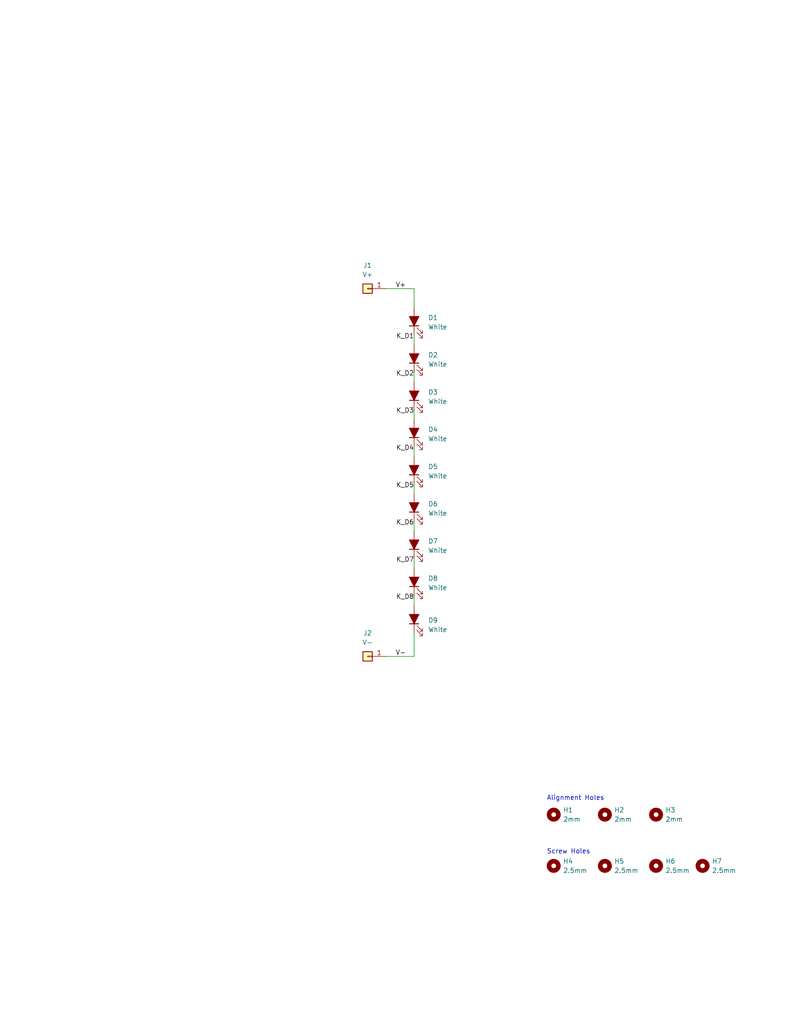
<source format=kicad_sch>
(kicad_sch (version 20250114) (generator "eeschema") (generator_version "9.0")
  (paper "A" portrait)
  (title_block (title "${PROJECTNAME}") (date "2025-08-09") (rev "${REV_SCH}") (comment 1 "Isaac Rex"))
  (lib_symbols
    (symbol "Connector_Generic:Conn_01x01" (pin_names (offset 1.016) (hide yes))
      (property "Reference" "J" (at 0 2.54 0))
      (property "Value" "Conn_01x01" (at 0 -2.54 0))
      (symbol "Conn_01x01_1_1"
        (rectangle (start -1.27 1.27) (end 1.27 -1.27) (stroke (width 0.254)) (fill (type background)))
        (rectangle (start -1.27 0.127) (end 0 -0.127) (stroke (width 0.1524)))
        (pin passive line (at -5.08 0 0) (length 3.81) (name "Pin_1") (number "1"))
      )
    )
    (symbol "Device:LED_Filled" (pin_numbers (hide yes)) (pin_names (offset 1.016) (hide yes))
      (property "Reference" "D" (at 0 2.54 0))
      (property "Value" "LED_Filled" (at 0 -2.54 0))
      (property "Sim.Pins" "1=K 2=A" (at 0 0 0))
      (symbol "LED_Filled_0_1"
        (polyline (pts (xy -3.048 -0.762) (xy -4.572 -2.286) (xy -3.81 -2.286) (xy -4.572 -2.286) (xy -4.572 -1.524)))
        (polyline (pts (xy -1.778 -0.762) (xy -3.302 -2.286) (xy -2.54 -2.286) (xy -3.302 -2.286) (xy -3.302 -1.524)))
        (polyline (pts (xy -1.27 0) (xy 1.27 0)))
        (polyline (pts (xy -1.27 -1.27) (xy -1.27 1.27)) (stroke (width 0.254)))
        (polyline (pts (xy 1.27 -1.27) (xy 1.27 1.27) (xy -1.27 0) (xy 1.27 -1.27)) (stroke (width 0.254)) (fill (type outline)))
      )
      (symbol "LED_Filled_1_1"
        (pin passive line (at -3.81 0 0) (length 2.54) (name "K") (number "1"))
        (pin passive line (at 3.81 0 180) (length 2.54) (name "A") (number "2"))
      )
    )
    (symbol "Mechanical:MountingHole" (pin_names (offset 1.016)) (in_bom no)
      (property "Reference" "H" (at 0 5.08 0))
      (property "Value" "MountingHole" (at 0 3.175 0))
      (symbol "MountingHole_0_1"
        (circle (center 0 0) (radius 1.27) (stroke (width 1.27)))
      )
    )
  )
  (text "Alignment Holes" (at 149.225 217.805 0) (effects (font (size 1.27 1.27)) (justify left)))
  (text "Screw Holes" (at 149.225 232.41 0) (effects (font (size 1.27 1.27)) (justify left)))
  (wire (pts (xy 113.03 78.74) (xy 113.03 83.82)))
  (wire (pts (xy 113.03 152.4) (xy 113.03 154.94)))
  (wire (pts (xy 113.03 172.72) (xy 113.03 179.07)))
  (wire (pts (xy 113.03 132.08) (xy 113.03 134.62)))
  (wire (pts (xy 105.41 78.74) (xy 113.03 78.74)))
  (wire (pts (xy 113.03 101.6) (xy 113.03 104.14)))
  (wire (pts (xy 105.41 179.07) (xy 113.03 179.07)))
  (wire (pts (xy 113.03 91.44) (xy 113.03 93.98)))
  (wire (pts (xy 113.03 111.76) (xy 113.03 114.3)))
  (wire (pts (xy 113.03 121.92) (xy 113.03 124.46)))
  (wire (pts (xy 113.03 142.24) (xy 113.03 144.78)))
  (wire (pts (xy 113.03 162.56) (xy 113.03 165.1)))
  (label "K_D5" (at 113.03 133.35 180))
  (label "V+" (at 107.95 78.74 0))
  (label "K_D3" (at 113.03 113.03 180))
  (label "K_D8" (at 113.03 163.83 180))
  (label "K_D6" (at 113.03 143.51 180))
  (label "V-" (at 107.95 179.07 0))
  (label "K_D4" (at 113.03 123.19 180))
  (label "K_D2" (at 113.03 102.87 180))
  (label "K_D1" (at 113.03 92.71 180))
  (label "K_D7" (at 113.03 153.67 180))
  (symbol (lib_id "Mechanical:MountingHole") (at 179.07 236.22 0) (unit 1) (in_bom no)
    (property "Reference" "H6" (at 181.61 234.9499 0) (effects (justify left)))
    (property "Value" "2.5mm" (at 181.61 237.4899 0) (effects (justify left)))
    (property "Footprint" "MountingHole:MountingHole_2.5mm" (effects (hide yes)))
    (property "Description" "Mounting Hole without connection" (effects (hide yes)))
  )
  (symbol (lib_id "Mechanical:MountingHole") (at 151.13 222.25 0) (unit 1) (in_bom no)
    (property "Reference" "H1" (at 153.67 220.9799 0) (effects (justify left)))
    (property "Value" "2mm" (at 153.67 223.5199 0) (effects (justify left)))
    (property "Footprint" "irex_MountingHole:MountingHole_2.0mm_M2_ReducedCourtyard" (effects (hide yes)))
    (property "Description" "Mounting Hole without connection" (effects (hide yes)))
  )
  (symbol (lib_id "Mechanical:MountingHole") (at 179.07 222.25 0) (unit 1) (in_bom no)
    (property "Reference" "H3" (at 181.61 220.9799 0) (effects (justify left)))
    (property "Value" "2mm" (at 181.61 223.5199 0) (effects (justify left)))
    (property "Footprint" "irex_MountingHole:MountingHole_2.0mm_M2_ReducedCourtyard" (effects (hide yes)))
    (property "Description" "Mounting Hole without connection" (effects (hide yes)))
  )
  (symbol (lib_id "Device:LED_Filled") (at 113.03 158.75 90) (unit 1)
    (property "Reference" "D8" (at 116.84 157.7974 90) (effects (justify right)))
    (property "Value" "White" (at 116.84 160.3374 90) (effects (justify right)))
    (property "Footprint" "LED_SMD:LED_Everlight-SMD3528_3.5x2.8mm_67-21ST" (effects (hide yes)))
    (property "Datasheet" "https://www.everlighteurope.com/custom/files/datasheets/DSE-0018112.pdf" (effects (hide yes)))
    (property "Description" "Light emitting diode, filled shape" (effects (hide yes)))
    (property "Sim.Pins" "1=K 2=A" (effects (hide yes)))
    (property "MPN" "JB2835AWT-W-H40GA0000-N0000001" (effects (hide yes)))
    (property "DigiKey PN" "2138-JB2835AWT-W-H40GA0000-N0000001CT-ND" (effects (hide yes)))
  )
  (symbol (lib_id "Device:LED_Filled") (at 113.03 128.27 90) (unit 1)
    (property "Reference" "D5" (at 116.84 127.3174 90) (effects (justify right)))
    (property "Value" "White" (at 116.84 129.8574 90) (effects (justify right)))
    (property "Footprint" "LED_SMD:LED_Everlight-SMD3528_3.5x2.8mm_67-21ST" (effects (hide yes)))
    (property "Datasheet" "https://www.everlighteurope.com/custom/files/datasheets/DSE-0018112.pdf" (effects (hide yes)))
    (property "Description" "Light emitting diode, filled shape" (effects (hide yes)))
    (property "Sim.Pins" "1=K 2=A" (effects (hide yes)))
    (property "MPN" "JB2835AWT-W-H40GA0000-N0000001" (effects (hide yes)))
    (property "DigiKey PN" "2138-JB2835AWT-W-H40GA0000-N0000001CT-ND" (effects (hide yes)))
  )
  (symbol (lib_id "Device:LED_Filled") (at 113.03 97.79 90) (unit 1)
    (property "Reference" "D2" (at 116.84 96.8374 90) (effects (justify right)))
    (property "Value" "White" (at 116.84 99.3774 90) (effects (justify right)))
    (property "Footprint" "LED_SMD:LED_Everlight-SMD3528_3.5x2.8mm_67-21ST" (effects (hide yes)))
    (property "Datasheet" "https://www.everlighteurope.com/custom/files/datasheets/DSE-0018112.pdf" (effects (hide yes)))
    (property "Description" "Light emitting diode, filled shape" (effects (hide yes)))
    (property "Sim.Pins" "1=K 2=A" (effects (hide yes)))
    (property "MPN" "JB2835AWT-W-H40GA0000-N0000001" (effects (hide yes)))
    (property "DigiKey PN" "2138-JB2835AWT-W-H40GA0000-N0000001CT-ND" (effects (hide yes)))
  )
  (symbol (lib_id "Device:LED_Filled") (at 113.03 138.43 90) (unit 1)
    (property "Reference" "D6" (at 116.84 137.4774 90) (effects (justify right)))
    (property "Value" "White" (at 116.84 140.0174 90) (effects (justify right)))
    (property "Footprint" "LED_SMD:LED_Everlight-SMD3528_3.5x2.8mm_67-21ST" (effects (hide yes)))
    (property "Datasheet" "https://www.everlighteurope.com/custom/files/datasheets/DSE-0018112.pdf" (effects (hide yes)))
    (property "Description" "Light emitting diode, filled shape" (effects (hide yes)))
    (property "Sim.Pins" "1=K 2=A" (effects (hide yes)))
    (property "MPN" "JB2835AWT-W-H40GA0000-N0000001" (effects (hide yes)))
    (property "DigiKey PN" "2138-JB2835AWT-W-H40GA0000-N0000001CT-ND" (effects (hide yes)))
  )
  (symbol (lib_id "Device:LED_Filled") (at 113.03 148.59 90) (unit 1)
    (property "Reference" "D7" (at 116.84 147.6374 90) (effects (justify right)))
    (property "Value" "White" (at 116.84 150.1774 90) (effects (justify right)))
    (property "Footprint" "LED_SMD:LED_Everlight-SMD3528_3.5x2.8mm_67-21ST" (effects (hide yes)))
    (property "Datasheet" "https://www.everlighteurope.com/custom/files/datasheets/DSE-0018112.pdf" (effects (hide yes)))
    (property "Description" "Light emitting diode, filled shape" (effects (hide yes)))
    (property "Sim.Pins" "1=K 2=A" (effects (hide yes)))
    (property "MPN" "JB2835AWT-W-H40GA0000-N0000001" (effects (hide yes)))
    (property "DigiKey PN" "2138-JB2835AWT-W-H40GA0000-N0000001CT-ND" (effects (hide yes)))
  )
  (symbol (lib_id "Mechanical:MountingHole") (at 165.1 222.25 0) (unit 1) (in_bom no)
    (property "Reference" "H2" (at 167.64 220.9799 0) (effects (justify left)))
    (property "Value" "2mm" (at 167.64 223.5199 0) (effects (justify left)))
    (property "Footprint" "irex_MountingHole:MountingHole_2.0mm_M2_ReducedCourtyard" (effects (hide yes)))
    (property "Description" "Mounting Hole without connection" (effects (hide yes)))
  )
  (symbol (lib_id "Device:LED_Filled") (at 113.03 107.95 90) (unit 1)
    (property "Reference" "D3" (at 116.84 106.9974 90) (effects (justify right)))
    (property "Value" "White" (at 116.84 109.5374 90) (effects (justify right)))
    (property "Footprint" "LED_SMD:LED_Everlight-SMD3528_3.5x2.8mm_67-21ST" (effects (hide yes)))
    (property "Datasheet" "https://www.everlighteurope.com/custom/files/datasheets/DSE-0018112.pdf" (effects (hide yes)))
    (property "Description" "Light emitting diode, filled shape" (effects (hide yes)))
    (property "Sim.Pins" "1=K 2=A" (effects (hide yes)))
    (property "MPN" "JB2835AWT-W-H40GA0000-N0000001" (effects (hide yes)))
    (property "DigiKey PN" "2138-JB2835AWT-W-H40GA0000-N0000001CT-ND" (effects (hide yes)))
  )
  (symbol (lib_id "Connector_Generic:Conn_01x01") (at 100.33 78.74 180) (unit 1) (in_bom no)
    (property "Reference" "J1" (at 100.33 72.39 0))
    (property "Value" "V+" (at 100.33 74.93 0))
    (property "Footprint" "TestPoint:TestPoint_Pad_2.0x2.0mm" (effects (hide yes)))
    (property "Description" "Generic connector, single row, 01x01, script generated (kicad-library-utils/schlib/autogen/connector/)" (effects (hide yes)))
  )
  (symbol (lib_id "Device:LED_Filled") (at 113.03 118.11 90) (unit 1)
    (property "Reference" "D4" (at 116.84 117.1574 90) (effects (justify right)))
    (property "Value" "White" (at 116.84 119.6974 90) (effects (justify right)))
    (property "Footprint" "LED_SMD:LED_Everlight-SMD3528_3.5x2.8mm_67-21ST" (effects (hide yes)))
    (property "Datasheet" "https://www.everlighteurope.com/custom/files/datasheets/DSE-0018112.pdf" (effects (hide yes)))
    (property "Description" "Light emitting diode, filled shape" (effects (hide yes)))
    (property "Sim.Pins" "1=K 2=A" (effects (hide yes)))
    (property "MPN" "JB2835AWT-W-H40GA0000-N0000001" (effects (hide yes)))
    (property "DigiKey PN" "2138-JB2835AWT-W-H40GA0000-N0000001CT-ND" (effects (hide yes)))
  )
  (symbol (lib_id "Connector_Generic:Conn_01x01") (at 100.33 179.07 180) (unit 1) (in_bom no)
    (property "Reference" "J2" (at 100.33 172.72 0))
    (property "Value" "V-" (at 100.33 175.26 0))
    (property "Footprint" "TestPoint:TestPoint_Pad_2.0x2.0mm" (effects (hide yes)))
    (property "Description" "Generic connector, single row, 01x01, script generated (kicad-library-utils/schlib/autogen/connector/)" (effects (hide yes)))
  )
  (symbol (lib_id "Device:LED_Filled") (at 113.03 87.63 90) (unit 1)
    (property "Reference" "D1" (at 116.84 86.6774 90) (effects (justify right)))
    (property "Value" "White" (at 116.84 89.2174 90) (effects (justify right)))
    (property "Footprint" "LED_SMD:LED_Everlight-SMD3528_3.5x2.8mm_67-21ST" (effects (hide yes)))
    (property "Datasheet" "https://www.everlighteurope.com/custom/files/datasheets/DSE-0018112.pdf" (effects (hide yes)))
    (property "Description" "Light emitting diode, filled shape" (effects (hide yes)))
    (property "Sim.Pins" "1=K 2=A" (effects (hide yes)))
    (property "MPN" "JB2835AWT-W-H40GA0000-N0000001" (effects (hide yes)))
    (property "DigiKey PN" "2138-JB2835AWT-W-H40GA0000-N0000001CT-ND" (effects (hide yes)))
  )
  (symbol (lib_id "Mechanical:MountingHole") (at 165.1 236.22 0) (unit 1) (in_bom no)
    (property "Reference" "H5" (at 167.64 234.9499 0) (effects (justify left)))
    (property "Value" "2.5mm" (at 167.64 237.4899 0) (effects (justify left)))
    (property "Footprint" "MountingHole:MountingHole_2.5mm" (effects (hide yes)))
    (property "Description" "Mounting Hole without connection" (effects (hide yes)))
  )
  (symbol (lib_id "Mechanical:MountingHole") (at 151.13 236.22 0) (unit 1) (in_bom no)
    (property "Reference" "H4" (at 153.67 234.9499 0) (effects (justify left)))
    (property "Value" "2.5mm" (at 153.67 237.4899 0) (effects (justify left)))
    (property "Footprint" "MountingHole:MountingHole_2.5mm" (effects (hide yes)))
    (property "Description" "Mounting Hole without connection" (effects (hide yes)))
  )
  (symbol (lib_id "Device:LED_Filled") (at 113.03 168.91 90) (unit 1)
    (property "Reference" "D9" (at 116.84 169.2274 90) (effects (justify right)))
    (property "Value" "White" (at 116.84 171.7674 90) (effects (justify right)))
    (property "Footprint" "LED_SMD:LED_Everlight-SMD3528_3.5x2.8mm_67-21ST" (effects (hide yes)))
    (property "Datasheet" "https://www.everlighteurope.com/custom/files/datasheets/DSE-0018112.pdf" (effects (hide yes)))
    (property "Description" "Light emitting diode, filled shape" (effects (hide yes)))
    (property "Sim.Pins" "1=K 2=A" (effects (hide yes)))
    (property "MPN" "JB2835AWT-W-H40GA0000-N0000001" (effects (hide yes)))
    (property "DigiKey PN" "2138-JB2835AWT-W-H40GA0000-N0000001CT-ND" (effects (hide yes)))
  )
  (symbol (lib_id "Mechanical:MountingHole") (at 191.77 236.22 0) (unit 1) (in_bom no)
    (property "Reference" "H7" (at 194.31 234.9499 0) (effects (justify left)))
    (property "Value" "2.5mm" (at 194.31 237.4899 0) (effects (justify left)))
    (property "Footprint" "MountingHole:MountingHole_2.5mm" (effects (hide yes)))
    (property "Description" "Mounting Hole without connection" (effects (hide yes)))
  )
)
</source>
